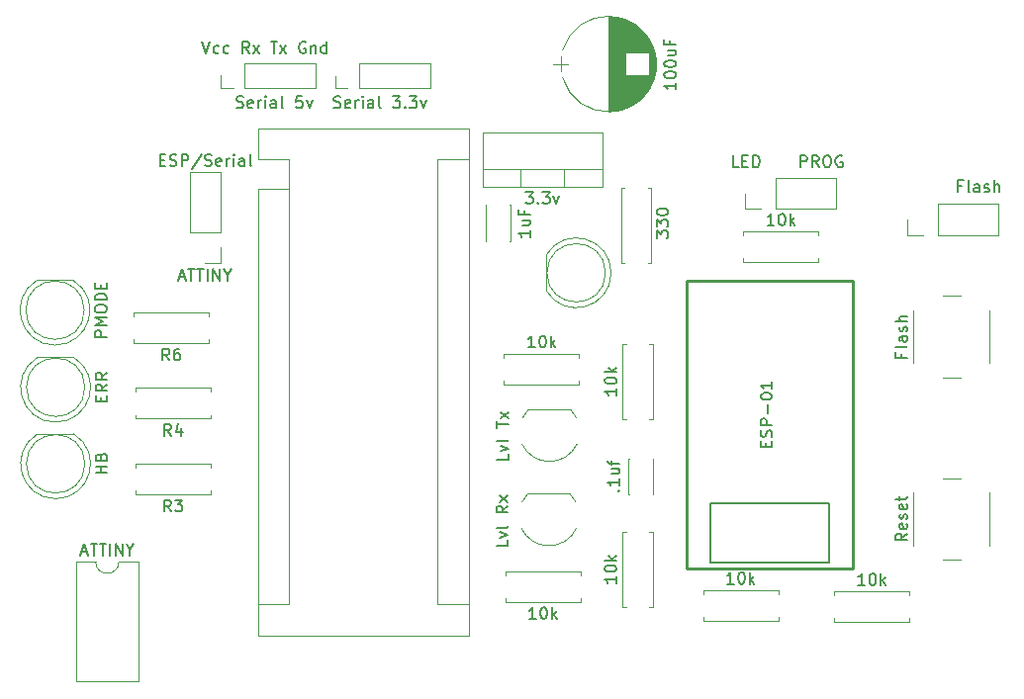
<source format=gbr>
G04 #@! TF.FileFunction,Legend,Top*
%FSLAX46Y46*%
G04 Gerber Fmt 4.6, Leading zero omitted, Abs format (unit mm)*
G04 Created by KiCad (PCBNEW 4.0.7) date 12/08/18 05:52:10*
%MOMM*%
%LPD*%
G01*
G04 APERTURE LIST*
%ADD10C,0.100000*%
%ADD11C,0.147600*%
%ADD12C,0.120000*%
%ADD13C,0.254000*%
%ADD14C,0.152400*%
%ADD15C,0.150000*%
G04 APERTURE END LIST*
D10*
D11*
X132740055Y-75809162D02*
X133070722Y-76801162D01*
X133401389Y-75809162D01*
X134157198Y-76753924D02*
X134062722Y-76801162D01*
X133873770Y-76801162D01*
X133779294Y-76753924D01*
X133732055Y-76706686D01*
X133684817Y-76612210D01*
X133684817Y-76328781D01*
X133732055Y-76234305D01*
X133779294Y-76187067D01*
X133873770Y-76139829D01*
X134062722Y-76139829D01*
X134157198Y-76187067D01*
X135007484Y-76753924D02*
X134913008Y-76801162D01*
X134724056Y-76801162D01*
X134629580Y-76753924D01*
X134582341Y-76706686D01*
X134535103Y-76612210D01*
X134535103Y-76328781D01*
X134582341Y-76234305D01*
X134629580Y-76187067D01*
X134724056Y-76139829D01*
X134913008Y-76139829D01*
X135007484Y-76187067D01*
X136755295Y-76801162D02*
X136424628Y-76328781D01*
X136188437Y-76801162D02*
X136188437Y-75809162D01*
X136566342Y-75809162D01*
X136660818Y-75856400D01*
X136708057Y-75903638D01*
X136755295Y-75998114D01*
X136755295Y-76139829D01*
X136708057Y-76234305D01*
X136660818Y-76281543D01*
X136566342Y-76328781D01*
X136188437Y-76328781D01*
X137085961Y-76801162D02*
X137605580Y-76139829D01*
X137085961Y-76139829D02*
X137605580Y-76801162D01*
X138597581Y-75809162D02*
X139164438Y-75809162D01*
X138881010Y-76801162D02*
X138881010Y-75809162D01*
X139400629Y-76801162D02*
X139920248Y-76139829D01*
X139400629Y-76139829D02*
X139920248Y-76801162D01*
X141573583Y-75856400D02*
X141479106Y-75809162D01*
X141337392Y-75809162D01*
X141195678Y-75856400D01*
X141101202Y-75950876D01*
X141053963Y-76045352D01*
X141006725Y-76234305D01*
X141006725Y-76376019D01*
X141053963Y-76564971D01*
X141101202Y-76659448D01*
X141195678Y-76753924D01*
X141337392Y-76801162D01*
X141431868Y-76801162D01*
X141573583Y-76753924D01*
X141620821Y-76706686D01*
X141620821Y-76376019D01*
X141431868Y-76376019D01*
X142045963Y-76139829D02*
X142045963Y-76801162D01*
X142045963Y-76234305D02*
X142093202Y-76187067D01*
X142187678Y-76139829D01*
X142329392Y-76139829D01*
X142423868Y-76187067D01*
X142471106Y-76281543D01*
X142471106Y-76801162D01*
X143368630Y-76801162D02*
X143368630Y-75809162D01*
X143368630Y-76753924D02*
X143274154Y-76801162D01*
X143085202Y-76801162D01*
X142990726Y-76753924D01*
X142943487Y-76706686D01*
X142896249Y-76612210D01*
X142896249Y-76328781D01*
X142943487Y-76234305D01*
X142990726Y-76187067D01*
X143085202Y-76139829D01*
X143274154Y-76139829D01*
X143368630Y-76187067D01*
D12*
X140185001Y-88452600D02*
X140185001Y-85912600D01*
X140185001Y-85912600D02*
X137515001Y-85912600D01*
X137515001Y-88452600D02*
X137515001Y-126682600D01*
X137515001Y-83242600D02*
X137515001Y-85912600D01*
X152885001Y-85912600D02*
X155555001Y-85912600D01*
X152885001Y-85912600D02*
X152885001Y-124012600D01*
X152885001Y-124012600D02*
X155555001Y-124012600D01*
X140185001Y-88452600D02*
X137515001Y-88452600D01*
X140185001Y-88452600D02*
X140185001Y-124012600D01*
X140185001Y-124012600D02*
X137515001Y-124012600D01*
X137515001Y-126682600D02*
X155555001Y-126682600D01*
X155555001Y-126682600D02*
X155555001Y-83242600D01*
X155555001Y-83242600D02*
X137515001Y-83242600D01*
X159098800Y-89809200D02*
X159098800Y-92929200D01*
X156978800Y-89809200D02*
X156978800Y-92929200D01*
X159098800Y-89809200D02*
X159034800Y-89809200D01*
X157042800Y-89809200D02*
X156978800Y-89809200D01*
X159098800Y-92929200D02*
X159034800Y-92929200D01*
X157042800Y-92929200D02*
X156978800Y-92929200D01*
X171415251Y-76546555D02*
G75*
G03X163582318Y-76544000I-3916851J-1177445D01*
G01*
X171415251Y-78901445D02*
G75*
G02X163582318Y-78904000I-3916851J1177445D01*
G01*
X171415251Y-78901445D02*
G75*
G03X171414482Y-76544000I-3916851J1177445D01*
G01*
X167498400Y-73674000D02*
X167498400Y-81774000D01*
X167538400Y-73674000D02*
X167538400Y-81774000D01*
X167578400Y-73674000D02*
X167578400Y-81774000D01*
X167618400Y-73675000D02*
X167618400Y-81773000D01*
X167658400Y-73677000D02*
X167658400Y-81771000D01*
X167698400Y-73678000D02*
X167698400Y-81770000D01*
X167738400Y-73681000D02*
X167738400Y-81767000D01*
X167778400Y-73683000D02*
X167778400Y-81765000D01*
X167818400Y-73686000D02*
X167818400Y-81762000D01*
X167858400Y-73689000D02*
X167858400Y-81759000D01*
X167898400Y-73693000D02*
X167898400Y-81755000D01*
X167938400Y-73697000D02*
X167938400Y-81751000D01*
X167978400Y-73702000D02*
X167978400Y-81746000D01*
X168018400Y-73707000D02*
X168018400Y-81741000D01*
X168058400Y-73712000D02*
X168058400Y-81736000D01*
X168098400Y-73718000D02*
X168098400Y-81730000D01*
X168138400Y-73724000D02*
X168138400Y-81724000D01*
X168178400Y-73730000D02*
X168178400Y-81718000D01*
X168219400Y-73737000D02*
X168219400Y-81711000D01*
X168259400Y-73745000D02*
X168259400Y-81703000D01*
X168299400Y-73753000D02*
X168299400Y-81695000D01*
X168339400Y-73761000D02*
X168339400Y-81687000D01*
X168379400Y-73769000D02*
X168379400Y-81679000D01*
X168419400Y-73778000D02*
X168419400Y-81670000D01*
X168459400Y-73788000D02*
X168459400Y-81660000D01*
X168499400Y-73798000D02*
X168499400Y-81650000D01*
X168539400Y-73808000D02*
X168539400Y-81640000D01*
X168579400Y-73819000D02*
X168579400Y-81629000D01*
X168619400Y-73830000D02*
X168619400Y-81618000D01*
X168659400Y-73841000D02*
X168659400Y-81607000D01*
X168699400Y-73854000D02*
X168699400Y-81594000D01*
X168739400Y-73866000D02*
X168739400Y-81582000D01*
X168779400Y-73879000D02*
X168779400Y-81569000D01*
X168819400Y-73892000D02*
X168819400Y-81556000D01*
X168859400Y-73906000D02*
X168859400Y-81542000D01*
X168899400Y-73921000D02*
X168899400Y-81527000D01*
X168939400Y-73935000D02*
X168939400Y-81513000D01*
X168979400Y-73951000D02*
X168979400Y-81497000D01*
X169019400Y-73966000D02*
X169019400Y-76744000D01*
X169019400Y-78704000D02*
X169019400Y-81482000D01*
X169059400Y-73983000D02*
X169059400Y-76744000D01*
X169059400Y-78704000D02*
X169059400Y-81465000D01*
X169099400Y-73999000D02*
X169099400Y-76744000D01*
X169099400Y-78704000D02*
X169099400Y-81449000D01*
X169139400Y-74017000D02*
X169139400Y-76744000D01*
X169139400Y-78704000D02*
X169139400Y-81431000D01*
X169179400Y-74034000D02*
X169179400Y-76744000D01*
X169179400Y-78704000D02*
X169179400Y-81414000D01*
X169219400Y-74053000D02*
X169219400Y-76744000D01*
X169219400Y-78704000D02*
X169219400Y-81395000D01*
X169259400Y-74072000D02*
X169259400Y-76744000D01*
X169259400Y-78704000D02*
X169259400Y-81376000D01*
X169299400Y-74091000D02*
X169299400Y-76744000D01*
X169299400Y-78704000D02*
X169299400Y-81357000D01*
X169339400Y-74111000D02*
X169339400Y-76744000D01*
X169339400Y-78704000D02*
X169339400Y-81337000D01*
X169379400Y-74131000D02*
X169379400Y-76744000D01*
X169379400Y-78704000D02*
X169379400Y-81317000D01*
X169419400Y-74152000D02*
X169419400Y-76744000D01*
X169419400Y-78704000D02*
X169419400Y-81296000D01*
X169459400Y-74174000D02*
X169459400Y-76744000D01*
X169459400Y-78704000D02*
X169459400Y-81274000D01*
X169499400Y-74196000D02*
X169499400Y-76744000D01*
X169499400Y-78704000D02*
X169499400Y-81252000D01*
X169539400Y-74219000D02*
X169539400Y-76744000D01*
X169539400Y-78704000D02*
X169539400Y-81229000D01*
X169579400Y-74242000D02*
X169579400Y-76744000D01*
X169579400Y-78704000D02*
X169579400Y-81206000D01*
X169619400Y-74266000D02*
X169619400Y-76744000D01*
X169619400Y-78704000D02*
X169619400Y-81182000D01*
X169659400Y-74290000D02*
X169659400Y-76744000D01*
X169659400Y-78704000D02*
X169659400Y-81158000D01*
X169699400Y-74316000D02*
X169699400Y-76744000D01*
X169699400Y-78704000D02*
X169699400Y-81132000D01*
X169739400Y-74341000D02*
X169739400Y-76744000D01*
X169739400Y-78704000D02*
X169739400Y-81107000D01*
X169779400Y-74368000D02*
X169779400Y-76744000D01*
X169779400Y-78704000D02*
X169779400Y-81080000D01*
X169819400Y-74395000D02*
X169819400Y-76744000D01*
X169819400Y-78704000D02*
X169819400Y-81053000D01*
X169859400Y-74423000D02*
X169859400Y-76744000D01*
X169859400Y-78704000D02*
X169859400Y-81025000D01*
X169899400Y-74452000D02*
X169899400Y-76744000D01*
X169899400Y-78704000D02*
X169899400Y-80996000D01*
X169939400Y-74481000D02*
X169939400Y-76744000D01*
X169939400Y-78704000D02*
X169939400Y-80967000D01*
X169979400Y-74511000D02*
X169979400Y-76744000D01*
X169979400Y-78704000D02*
X169979400Y-80937000D01*
X170019400Y-74542000D02*
X170019400Y-76744000D01*
X170019400Y-78704000D02*
X170019400Y-80906000D01*
X170059400Y-74574000D02*
X170059400Y-76744000D01*
X170059400Y-78704000D02*
X170059400Y-80874000D01*
X170099400Y-74606000D02*
X170099400Y-76744000D01*
X170099400Y-78704000D02*
X170099400Y-80842000D01*
X170139400Y-74640000D02*
X170139400Y-76744000D01*
X170139400Y-78704000D02*
X170139400Y-80808000D01*
X170179400Y-74674000D02*
X170179400Y-76744000D01*
X170179400Y-78704000D02*
X170179400Y-80774000D01*
X170219400Y-74709000D02*
X170219400Y-76744000D01*
X170219400Y-78704000D02*
X170219400Y-80739000D01*
X170259400Y-74745000D02*
X170259400Y-76744000D01*
X170259400Y-78704000D02*
X170259400Y-80703000D01*
X170299400Y-74782000D02*
X170299400Y-76744000D01*
X170299400Y-78704000D02*
X170299400Y-80666000D01*
X170339400Y-74820000D02*
X170339400Y-76744000D01*
X170339400Y-78704000D02*
X170339400Y-80628000D01*
X170379400Y-74859000D02*
X170379400Y-76744000D01*
X170379400Y-78704000D02*
X170379400Y-80589000D01*
X170419400Y-74900000D02*
X170419400Y-76744000D01*
X170419400Y-78704000D02*
X170419400Y-80548000D01*
X170459400Y-74941000D02*
X170459400Y-76744000D01*
X170459400Y-78704000D02*
X170459400Y-80507000D01*
X170499400Y-74984000D02*
X170499400Y-76744000D01*
X170499400Y-78704000D02*
X170499400Y-80464000D01*
X170539400Y-75027000D02*
X170539400Y-76744000D01*
X170539400Y-78704000D02*
X170539400Y-80421000D01*
X170579400Y-75072000D02*
X170579400Y-76744000D01*
X170579400Y-78704000D02*
X170579400Y-80376000D01*
X170619400Y-75119000D02*
X170619400Y-76744000D01*
X170619400Y-78704000D02*
X170619400Y-80329000D01*
X170659400Y-75167000D02*
X170659400Y-76744000D01*
X170659400Y-78704000D02*
X170659400Y-80281000D01*
X170699400Y-75216000D02*
X170699400Y-76744000D01*
X170699400Y-78704000D02*
X170699400Y-80232000D01*
X170739400Y-75267000D02*
X170739400Y-76744000D01*
X170739400Y-78704000D02*
X170739400Y-80181000D01*
X170779400Y-75320000D02*
X170779400Y-76744000D01*
X170779400Y-78704000D02*
X170779400Y-80128000D01*
X170819400Y-75375000D02*
X170819400Y-76744000D01*
X170819400Y-78704000D02*
X170819400Y-80073000D01*
X170859400Y-75431000D02*
X170859400Y-76744000D01*
X170859400Y-78704000D02*
X170859400Y-80017000D01*
X170899400Y-75490000D02*
X170899400Y-76744000D01*
X170899400Y-78704000D02*
X170899400Y-79958000D01*
X170939400Y-75551000D02*
X170939400Y-76744000D01*
X170939400Y-78704000D02*
X170939400Y-79897000D01*
X170979400Y-75615000D02*
X170979400Y-79833000D01*
X171019400Y-75681000D02*
X171019400Y-79767000D01*
X171059400Y-75750000D02*
X171059400Y-79698000D01*
X171099400Y-75822000D02*
X171099400Y-79626000D01*
X171139400Y-75898000D02*
X171139400Y-79550000D01*
X171179400Y-75979000D02*
X171179400Y-79469000D01*
X171219400Y-76064000D02*
X171219400Y-79384000D01*
X171259400Y-76154000D02*
X171259400Y-79294000D01*
X171299400Y-76251000D02*
X171299400Y-79197000D01*
X171339400Y-76355000D02*
X171339400Y-79093000D01*
X171379400Y-76470000D02*
X171379400Y-78978000D01*
X171419400Y-76597000D02*
X171419400Y-78851000D01*
X171459400Y-76741000D02*
X171459400Y-78707000D01*
X171499400Y-76910000D02*
X171499400Y-78538000D01*
X171539400Y-77126000D02*
X171539400Y-78322000D01*
X171579400Y-77478000D02*
X171579400Y-77970000D01*
X162798400Y-77724000D02*
X163998400Y-77724000D01*
X163398400Y-77074000D02*
X163398400Y-78374000D01*
X169221600Y-114610000D02*
X169221600Y-111490000D01*
X171341600Y-114610000D02*
X171341600Y-111490000D01*
X169221600Y-114610000D02*
X169285600Y-114610000D01*
X171277600Y-114610000D02*
X171341600Y-114610000D01*
X169221600Y-111490000D02*
X169285600Y-111490000D01*
X171277600Y-111490000D02*
X171341600Y-111490000D01*
X167734400Y-95606062D02*
G75*
G03X162184400Y-94060770I-2990000J462D01*
G01*
X167734400Y-95605138D02*
G75*
G02X162184400Y-97150430I-2990000J-462D01*
G01*
X167244400Y-95605600D02*
G75*
G03X167244400Y-95605600I-2500000J0D01*
G01*
X162184400Y-94060600D02*
X162184400Y-97150600D01*
X120192338Y-114953200D02*
G75*
G03X121737630Y-109403200I462J2990000D01*
G01*
X120193262Y-114953200D02*
G75*
G02X118647970Y-109403200I-462J2990000D01*
G01*
X122692800Y-111963200D02*
G75*
G03X122692800Y-111963200I-2500000J0D01*
G01*
X121737800Y-109403200D02*
X118647800Y-109403200D01*
X120192338Y-108400000D02*
G75*
G03X121737630Y-102850000I462J2990000D01*
G01*
X120193262Y-108400000D02*
G75*
G02X118647970Y-102850000I-462J2990000D01*
G01*
X122692800Y-105410000D02*
G75*
G03X122692800Y-105410000I-2500000J0D01*
G01*
X121737800Y-102850000D02*
X118647800Y-102850000D01*
X120141538Y-101796000D02*
G75*
G03X121686830Y-96246000I462J2990000D01*
G01*
X120142462Y-101796000D02*
G75*
G02X118597170Y-96246000I-462J2990000D01*
G01*
X122642000Y-98806000D02*
G75*
G03X122642000Y-98806000I-2500000J0D01*
G01*
X121687000Y-96246000D02*
X118597000Y-96246000D01*
X152246400Y-79800000D02*
X152246400Y-77680000D01*
X146186400Y-79800000D02*
X152246400Y-79800000D01*
X146186400Y-77680000D02*
X152246400Y-77680000D01*
X146186400Y-79800000D02*
X146186400Y-77680000D01*
X145186400Y-79800000D02*
X144126400Y-79800000D01*
X144126400Y-79800000D02*
X144126400Y-78740000D01*
X142442000Y-79749200D02*
X142442000Y-77629200D01*
X136382000Y-79749200D02*
X142442000Y-79749200D01*
X136382000Y-77629200D02*
X142442000Y-77629200D01*
X136382000Y-79749200D02*
X136382000Y-77629200D01*
X135382000Y-79749200D02*
X134322000Y-79749200D01*
X134322000Y-79749200D02*
X134322000Y-78689200D01*
X164207600Y-114532800D02*
X160607600Y-114532800D01*
X164731784Y-115260005D02*
G75*
G03X164207600Y-114532800I-2324184J-1122795D01*
G01*
X164764000Y-117481607D02*
G75*
G02X162407600Y-118982800I-2356400J1098807D01*
G01*
X160051200Y-117481607D02*
G75*
G03X162407600Y-118982800I2356400J1098807D01*
G01*
X160083416Y-115260005D02*
G75*
G02X160607600Y-114532800I2324184J-1122795D01*
G01*
X164258400Y-107319200D02*
X160658400Y-107319200D01*
X164782584Y-108046405D02*
G75*
G03X164258400Y-107319200I-2324184J-1122795D01*
G01*
X164814800Y-110268007D02*
G75*
G02X162458400Y-111769200I-2356400J1098807D01*
G01*
X160102000Y-110268007D02*
G75*
G03X162458400Y-111769200I2356400J1098807D01*
G01*
X160134216Y-108046405D02*
G75*
G02X160658400Y-107319200I2324184J-1122795D01*
G01*
X164957200Y-104815200D02*
X164957200Y-105145200D01*
X164957200Y-105145200D02*
X158537200Y-105145200D01*
X158537200Y-105145200D02*
X158537200Y-104815200D01*
X164957200Y-102855200D02*
X164957200Y-102525200D01*
X164957200Y-102525200D02*
X158537200Y-102525200D01*
X158537200Y-102525200D02*
X158537200Y-102855200D01*
X165109600Y-123458800D02*
X165109600Y-123788800D01*
X165109600Y-123788800D02*
X158689600Y-123788800D01*
X158689600Y-123788800D02*
X158689600Y-123458800D01*
X165109600Y-121498800D02*
X165109600Y-121168800D01*
X165109600Y-121168800D02*
X158689600Y-121168800D01*
X158689600Y-121168800D02*
X158689600Y-121498800D01*
X133461200Y-114264000D02*
X133461200Y-114594000D01*
X133461200Y-114594000D02*
X127041200Y-114594000D01*
X127041200Y-114594000D02*
X127041200Y-114264000D01*
X133461200Y-112304000D02*
X133461200Y-111974000D01*
X133461200Y-111974000D02*
X127041200Y-111974000D01*
X127041200Y-111974000D02*
X127041200Y-112304000D01*
X133461200Y-107761600D02*
X133461200Y-108091600D01*
X133461200Y-108091600D02*
X127041200Y-108091600D01*
X127041200Y-108091600D02*
X127041200Y-107761600D01*
X133461200Y-105801600D02*
X133461200Y-105471600D01*
X133461200Y-105471600D02*
X127041200Y-105471600D01*
X127041200Y-105471600D02*
X127041200Y-105801600D01*
X175606000Y-123124400D02*
X175606000Y-122794400D01*
X175606000Y-122794400D02*
X182026000Y-122794400D01*
X182026000Y-122794400D02*
X182026000Y-123124400D01*
X175606000Y-125084400D02*
X175606000Y-125414400D01*
X175606000Y-125414400D02*
X182026000Y-125414400D01*
X182026000Y-125414400D02*
X182026000Y-125084400D01*
X133308800Y-101310000D02*
X133308800Y-101640000D01*
X133308800Y-101640000D02*
X126888800Y-101640000D01*
X126888800Y-101640000D02*
X126888800Y-101310000D01*
X133308800Y-99350000D02*
X133308800Y-99020000D01*
X133308800Y-99020000D02*
X126888800Y-99020000D01*
X126888800Y-99020000D02*
X126888800Y-99350000D01*
X170956800Y-101692000D02*
X171286800Y-101692000D01*
X171286800Y-101692000D02*
X171286800Y-108112000D01*
X171286800Y-108112000D02*
X170956800Y-108112000D01*
X168996800Y-101692000D02*
X168666800Y-101692000D01*
X168666800Y-101692000D02*
X168666800Y-108112000D01*
X168666800Y-108112000D02*
X168996800Y-108112000D01*
X185480400Y-94350400D02*
X185480400Y-94680400D01*
X185480400Y-94680400D02*
X179060400Y-94680400D01*
X179060400Y-94680400D02*
X179060400Y-94350400D01*
X185480400Y-92390400D02*
X185480400Y-92060400D01*
X185480400Y-92060400D02*
X179060400Y-92060400D01*
X179060400Y-92060400D02*
X179060400Y-92390400D01*
X170855200Y-88331600D02*
X171185200Y-88331600D01*
X171185200Y-88331600D02*
X171185200Y-94751600D01*
X171185200Y-94751600D02*
X170855200Y-94751600D01*
X168895200Y-88331600D02*
X168565200Y-88331600D01*
X168565200Y-88331600D02*
X168565200Y-94751600D01*
X168565200Y-94751600D02*
X168895200Y-94751600D01*
X186832800Y-123226000D02*
X186832800Y-122896000D01*
X186832800Y-122896000D02*
X193252800Y-122896000D01*
X193252800Y-122896000D02*
X193252800Y-123226000D01*
X186832800Y-125186000D02*
X186832800Y-125516000D01*
X186832800Y-125516000D02*
X193252800Y-125516000D01*
X193252800Y-125516000D02*
X193252800Y-125186000D01*
X169047600Y-124215600D02*
X168717600Y-124215600D01*
X168717600Y-124215600D02*
X168717600Y-117795600D01*
X168717600Y-117795600D02*
X169047600Y-117795600D01*
X171007600Y-124215600D02*
X171337600Y-124215600D01*
X171337600Y-124215600D02*
X171337600Y-117795600D01*
X171337600Y-117795600D02*
X171007600Y-117795600D01*
X134324400Y-87011200D02*
X131664400Y-87011200D01*
X134324400Y-92151200D02*
X134324400Y-87011200D01*
X131664400Y-92151200D02*
X131664400Y-87011200D01*
X134324400Y-92151200D02*
X131664400Y-92151200D01*
X134324400Y-93421200D02*
X134324400Y-94751200D01*
X134324400Y-94751200D02*
X132994400Y-94751200D01*
X200114800Y-118938800D02*
X200114800Y-114438800D01*
X196114800Y-120188800D02*
X197614800Y-120188800D01*
X193614800Y-114438800D02*
X193614800Y-118938800D01*
X197614800Y-113188800D02*
X196114800Y-113188800D01*
X200821600Y-92363600D02*
X200821600Y-89703600D01*
X195681600Y-92363600D02*
X200821600Y-92363600D01*
X195681600Y-89703600D02*
X200821600Y-89703600D01*
X195681600Y-92363600D02*
X195681600Y-89703600D01*
X194411600Y-92363600D02*
X193081600Y-92363600D01*
X193081600Y-92363600D02*
X193081600Y-91033600D01*
X186953200Y-90128400D02*
X186953200Y-87468400D01*
X181813200Y-90128400D02*
X186953200Y-90128400D01*
X181813200Y-87468400D02*
X186953200Y-87468400D01*
X181813200Y-90128400D02*
X181813200Y-87468400D01*
X180543200Y-90128400D02*
X179213200Y-90128400D01*
X179213200Y-90128400D02*
X179213200Y-88798400D01*
X200114800Y-103343200D02*
X200114800Y-98843200D01*
X196114800Y-104593200D02*
X197614800Y-104593200D01*
X193614800Y-98843200D02*
X193614800Y-103343200D01*
X197614800Y-97593200D02*
X196114800Y-97593200D01*
X166968800Y-88218000D02*
X156728800Y-88218000D01*
X166968800Y-83577000D02*
X156728800Y-83577000D01*
X166968800Y-88218000D02*
X166968800Y-83577000D01*
X156728800Y-88218000D02*
X156728800Y-83577000D01*
X166968800Y-86708000D02*
X156728800Y-86708000D01*
X163698800Y-88218000D02*
X163698800Y-86708000D01*
X159997800Y-88218000D02*
X159997800Y-86708000D01*
D13*
X174193200Y-120904000D02*
X174193200Y-96266000D01*
X174193200Y-96266000D02*
X188417200Y-96266000D01*
X188417200Y-96266000D02*
X188417200Y-120904000D01*
X188417200Y-120904000D02*
X174193200Y-120904000D01*
D14*
X176225200Y-117856000D02*
X176225200Y-120396000D01*
X176225200Y-120396000D02*
X178765200Y-120396000D01*
X178765200Y-120396000D02*
X186385200Y-120396000D01*
X186385200Y-120396000D02*
X186385200Y-115316000D01*
X186385200Y-115316000D02*
X176225200Y-115316000D01*
X176225200Y-115316000D02*
X176225200Y-117856000D01*
D12*
X125612400Y-120336000D02*
G75*
G02X123612400Y-120336000I-1000000J0D01*
G01*
X123612400Y-120336000D02*
X121962400Y-120336000D01*
X121962400Y-120336000D02*
X121962400Y-130616000D01*
X121962400Y-130616000D02*
X127262400Y-130616000D01*
X127262400Y-130616000D02*
X127262400Y-120336000D01*
X127262400Y-120336000D02*
X125612400Y-120336000D01*
D15*
X160801181Y-91964438D02*
X160801181Y-92535867D01*
X160801181Y-92250153D02*
X159801181Y-92250153D01*
X159944038Y-92345391D01*
X160039276Y-92440629D01*
X160086895Y-92535867D01*
X160134514Y-91107295D02*
X160801181Y-91107295D01*
X160134514Y-91535867D02*
X160658324Y-91535867D01*
X160753562Y-91488248D01*
X160801181Y-91393010D01*
X160801181Y-91250152D01*
X160753562Y-91154914D01*
X160705943Y-91107295D01*
X160277371Y-90297771D02*
X160277371Y-90631105D01*
X160801181Y-90631105D02*
X159801181Y-90631105D01*
X159801181Y-90154914D01*
X173273981Y-79322419D02*
X173273981Y-79893848D01*
X173273981Y-79608134D02*
X172273981Y-79608134D01*
X172416838Y-79703372D01*
X172512076Y-79798610D01*
X172559695Y-79893848D01*
X172273981Y-78703372D02*
X172273981Y-78608133D01*
X172321600Y-78512895D01*
X172369219Y-78465276D01*
X172464457Y-78417657D01*
X172654933Y-78370038D01*
X172893029Y-78370038D01*
X173083505Y-78417657D01*
X173178743Y-78465276D01*
X173226362Y-78512895D01*
X173273981Y-78608133D01*
X173273981Y-78703372D01*
X173226362Y-78798610D01*
X173178743Y-78846229D01*
X173083505Y-78893848D01*
X172893029Y-78941467D01*
X172654933Y-78941467D01*
X172464457Y-78893848D01*
X172369219Y-78846229D01*
X172321600Y-78798610D01*
X172273981Y-78703372D01*
X172273981Y-77750991D02*
X172273981Y-77655752D01*
X172321600Y-77560514D01*
X172369219Y-77512895D01*
X172464457Y-77465276D01*
X172654933Y-77417657D01*
X172893029Y-77417657D01*
X173083505Y-77465276D01*
X173178743Y-77512895D01*
X173226362Y-77560514D01*
X173273981Y-77655752D01*
X173273981Y-77750991D01*
X173226362Y-77846229D01*
X173178743Y-77893848D01*
X173083505Y-77941467D01*
X172893029Y-77989086D01*
X172654933Y-77989086D01*
X172464457Y-77941467D01*
X172369219Y-77893848D01*
X172321600Y-77846229D01*
X172273981Y-77750991D01*
X172607314Y-76560514D02*
X173273981Y-76560514D01*
X172607314Y-76989086D02*
X173131124Y-76989086D01*
X173226362Y-76941467D01*
X173273981Y-76846229D01*
X173273981Y-76703371D01*
X173226362Y-76608133D01*
X173178743Y-76560514D01*
X172750171Y-75750990D02*
X172750171Y-76084324D01*
X173273981Y-76084324D02*
X172273981Y-76084324D01*
X172273981Y-75608133D01*
X168328743Y-114264286D02*
X168376362Y-114216667D01*
X168423981Y-114264286D01*
X168376362Y-114311905D01*
X168328743Y-114264286D01*
X168423981Y-114264286D01*
X168423981Y-113264286D02*
X168423981Y-113835715D01*
X168423981Y-113550001D02*
X167423981Y-113550001D01*
X167566838Y-113645239D01*
X167662076Y-113740477D01*
X167709695Y-113835715D01*
X167757314Y-112407143D02*
X168423981Y-112407143D01*
X167757314Y-112835715D02*
X168281124Y-112835715D01*
X168376362Y-112788096D01*
X168423981Y-112692858D01*
X168423981Y-112550000D01*
X168376362Y-112454762D01*
X168328743Y-112407143D01*
X167757314Y-112073810D02*
X167757314Y-111692858D01*
X168423981Y-111930953D02*
X167566838Y-111930953D01*
X167471600Y-111883334D01*
X167423981Y-111788096D01*
X167423981Y-111692858D01*
X124605181Y-112748914D02*
X123605181Y-112748914D01*
X124081371Y-112748914D02*
X124081371Y-112177485D01*
X124605181Y-112177485D02*
X123605181Y-112177485D01*
X124081371Y-111367961D02*
X124128990Y-111225104D01*
X124176610Y-111177485D01*
X124271848Y-111129866D01*
X124414705Y-111129866D01*
X124509943Y-111177485D01*
X124557562Y-111225104D01*
X124605181Y-111320342D01*
X124605181Y-111701295D01*
X123605181Y-111701295D01*
X123605181Y-111367961D01*
X123652800Y-111272723D01*
X123700419Y-111225104D01*
X123795657Y-111177485D01*
X123890895Y-111177485D01*
X123986133Y-111225104D01*
X124033752Y-111272723D01*
X124081371Y-111367961D01*
X124081371Y-111701295D01*
X124081371Y-106624286D02*
X124081371Y-106290952D01*
X124605181Y-106148095D02*
X124605181Y-106624286D01*
X123605181Y-106624286D01*
X123605181Y-106148095D01*
X124605181Y-105148095D02*
X124128990Y-105481429D01*
X124605181Y-105719524D02*
X123605181Y-105719524D01*
X123605181Y-105338571D01*
X123652800Y-105243333D01*
X123700419Y-105195714D01*
X123795657Y-105148095D01*
X123938514Y-105148095D01*
X124033752Y-105195714D01*
X124081371Y-105243333D01*
X124128990Y-105338571D01*
X124128990Y-105719524D01*
X124605181Y-104148095D02*
X124128990Y-104481429D01*
X124605181Y-104719524D02*
X123605181Y-104719524D01*
X123605181Y-104338571D01*
X123652800Y-104243333D01*
X123700419Y-104195714D01*
X123795657Y-104148095D01*
X123938514Y-104148095D01*
X124033752Y-104195714D01*
X124081371Y-104243333D01*
X124128990Y-104338571D01*
X124128990Y-104719524D01*
X124554381Y-101115524D02*
X123554381Y-101115524D01*
X123554381Y-100734571D01*
X123602000Y-100639333D01*
X123649619Y-100591714D01*
X123744857Y-100544095D01*
X123887714Y-100544095D01*
X123982952Y-100591714D01*
X124030571Y-100639333D01*
X124078190Y-100734571D01*
X124078190Y-101115524D01*
X124554381Y-100115524D02*
X123554381Y-100115524D01*
X124268667Y-99782190D01*
X123554381Y-99448857D01*
X124554381Y-99448857D01*
X123554381Y-98782191D02*
X123554381Y-98591714D01*
X123602000Y-98496476D01*
X123697238Y-98401238D01*
X123887714Y-98353619D01*
X124221048Y-98353619D01*
X124411524Y-98401238D01*
X124506762Y-98496476D01*
X124554381Y-98591714D01*
X124554381Y-98782191D01*
X124506762Y-98877429D01*
X124411524Y-98972667D01*
X124221048Y-99020286D01*
X123887714Y-99020286D01*
X123697238Y-98972667D01*
X123602000Y-98877429D01*
X123554381Y-98782191D01*
X124554381Y-97925048D02*
X123554381Y-97925048D01*
X123554381Y-97686953D01*
X123602000Y-97544095D01*
X123697238Y-97448857D01*
X123792476Y-97401238D01*
X123982952Y-97353619D01*
X124125810Y-97353619D01*
X124316286Y-97401238D01*
X124411524Y-97448857D01*
X124506762Y-97544095D01*
X124554381Y-97686953D01*
X124554381Y-97925048D01*
X124030571Y-96925048D02*
X124030571Y-96591714D01*
X124554381Y-96448857D02*
X124554381Y-96925048D01*
X123554381Y-96925048D01*
X123554381Y-96448857D01*
X144001028Y-81430762D02*
X144143885Y-81478381D01*
X144381981Y-81478381D01*
X144477219Y-81430762D01*
X144524838Y-81383143D01*
X144572457Y-81287905D01*
X144572457Y-81192667D01*
X144524838Y-81097429D01*
X144477219Y-81049810D01*
X144381981Y-81002190D01*
X144191504Y-80954571D01*
X144096266Y-80906952D01*
X144048647Y-80859333D01*
X144001028Y-80764095D01*
X144001028Y-80668857D01*
X144048647Y-80573619D01*
X144096266Y-80526000D01*
X144191504Y-80478381D01*
X144429600Y-80478381D01*
X144572457Y-80526000D01*
X145381981Y-81430762D02*
X145286743Y-81478381D01*
X145096266Y-81478381D01*
X145001028Y-81430762D01*
X144953409Y-81335524D01*
X144953409Y-80954571D01*
X145001028Y-80859333D01*
X145096266Y-80811714D01*
X145286743Y-80811714D01*
X145381981Y-80859333D01*
X145429600Y-80954571D01*
X145429600Y-81049810D01*
X144953409Y-81145048D01*
X145858171Y-81478381D02*
X145858171Y-80811714D01*
X145858171Y-81002190D02*
X145905790Y-80906952D01*
X145953409Y-80859333D01*
X146048647Y-80811714D01*
X146143886Y-80811714D01*
X146477219Y-81478381D02*
X146477219Y-80811714D01*
X146477219Y-80478381D02*
X146429600Y-80526000D01*
X146477219Y-80573619D01*
X146524838Y-80526000D01*
X146477219Y-80478381D01*
X146477219Y-80573619D01*
X147381981Y-81478381D02*
X147381981Y-80954571D01*
X147334362Y-80859333D01*
X147239124Y-80811714D01*
X147048647Y-80811714D01*
X146953409Y-80859333D01*
X147381981Y-81430762D02*
X147286743Y-81478381D01*
X147048647Y-81478381D01*
X146953409Y-81430762D01*
X146905790Y-81335524D01*
X146905790Y-81240286D01*
X146953409Y-81145048D01*
X147048647Y-81097429D01*
X147286743Y-81097429D01*
X147381981Y-81049810D01*
X148001028Y-81478381D02*
X147905790Y-81430762D01*
X147858171Y-81335524D01*
X147858171Y-80478381D01*
X149048648Y-80478381D02*
X149667696Y-80478381D01*
X149334362Y-80859333D01*
X149477220Y-80859333D01*
X149572458Y-80906952D01*
X149620077Y-80954571D01*
X149667696Y-81049810D01*
X149667696Y-81287905D01*
X149620077Y-81383143D01*
X149572458Y-81430762D01*
X149477220Y-81478381D01*
X149191505Y-81478381D01*
X149096267Y-81430762D01*
X149048648Y-81383143D01*
X150096267Y-81383143D02*
X150143886Y-81430762D01*
X150096267Y-81478381D01*
X150048648Y-81430762D01*
X150096267Y-81383143D01*
X150096267Y-81478381D01*
X150477219Y-80478381D02*
X151096267Y-80478381D01*
X150762933Y-80859333D01*
X150905791Y-80859333D01*
X151001029Y-80906952D01*
X151048648Y-80954571D01*
X151096267Y-81049810D01*
X151096267Y-81287905D01*
X151048648Y-81383143D01*
X151001029Y-81430762D01*
X150905791Y-81478381D01*
X150620076Y-81478381D01*
X150524838Y-81430762D01*
X150477219Y-81383143D01*
X151429600Y-80811714D02*
X151667695Y-81478381D01*
X151905791Y-80811714D01*
X135672914Y-81430762D02*
X135815771Y-81478381D01*
X136053867Y-81478381D01*
X136149105Y-81430762D01*
X136196724Y-81383143D01*
X136244343Y-81287905D01*
X136244343Y-81192667D01*
X136196724Y-81097429D01*
X136149105Y-81049810D01*
X136053867Y-81002190D01*
X135863390Y-80954571D01*
X135768152Y-80906952D01*
X135720533Y-80859333D01*
X135672914Y-80764095D01*
X135672914Y-80668857D01*
X135720533Y-80573619D01*
X135768152Y-80526000D01*
X135863390Y-80478381D01*
X136101486Y-80478381D01*
X136244343Y-80526000D01*
X137053867Y-81430762D02*
X136958629Y-81478381D01*
X136768152Y-81478381D01*
X136672914Y-81430762D01*
X136625295Y-81335524D01*
X136625295Y-80954571D01*
X136672914Y-80859333D01*
X136768152Y-80811714D01*
X136958629Y-80811714D01*
X137053867Y-80859333D01*
X137101486Y-80954571D01*
X137101486Y-81049810D01*
X136625295Y-81145048D01*
X137530057Y-81478381D02*
X137530057Y-80811714D01*
X137530057Y-81002190D02*
X137577676Y-80906952D01*
X137625295Y-80859333D01*
X137720533Y-80811714D01*
X137815772Y-80811714D01*
X138149105Y-81478381D02*
X138149105Y-80811714D01*
X138149105Y-80478381D02*
X138101486Y-80526000D01*
X138149105Y-80573619D01*
X138196724Y-80526000D01*
X138149105Y-80478381D01*
X138149105Y-80573619D01*
X139053867Y-81478381D02*
X139053867Y-80954571D01*
X139006248Y-80859333D01*
X138911010Y-80811714D01*
X138720533Y-80811714D01*
X138625295Y-80859333D01*
X139053867Y-81430762D02*
X138958629Y-81478381D01*
X138720533Y-81478381D01*
X138625295Y-81430762D01*
X138577676Y-81335524D01*
X138577676Y-81240286D01*
X138625295Y-81145048D01*
X138720533Y-81097429D01*
X138958629Y-81097429D01*
X139053867Y-81049810D01*
X139672914Y-81478381D02*
X139577676Y-81430762D01*
X139530057Y-81335524D01*
X139530057Y-80478381D01*
X141291963Y-80478381D02*
X140815772Y-80478381D01*
X140768153Y-80954571D01*
X140815772Y-80906952D01*
X140911010Y-80859333D01*
X141149106Y-80859333D01*
X141244344Y-80906952D01*
X141291963Y-80954571D01*
X141339582Y-81049810D01*
X141339582Y-81287905D01*
X141291963Y-81383143D01*
X141244344Y-81430762D01*
X141149106Y-81478381D01*
X140911010Y-81478381D01*
X140815772Y-81430762D01*
X140768153Y-81383143D01*
X141672915Y-80811714D02*
X141911010Y-81478381D01*
X142149106Y-80811714D01*
X158897581Y-118509848D02*
X158897581Y-118986039D01*
X157897581Y-118986039D01*
X158230914Y-118271753D02*
X158897581Y-118033658D01*
X158230914Y-117795562D01*
X158897581Y-117271753D02*
X158849962Y-117366991D01*
X158754724Y-117414610D01*
X157897581Y-117414610D01*
X158897581Y-115557466D02*
X158421390Y-115890800D01*
X158897581Y-116128895D02*
X157897581Y-116128895D01*
X157897581Y-115747942D01*
X157945200Y-115652704D01*
X157992819Y-115605085D01*
X158088057Y-115557466D01*
X158230914Y-115557466D01*
X158326152Y-115605085D01*
X158373771Y-115652704D01*
X158421390Y-115747942D01*
X158421390Y-116128895D01*
X158897581Y-115224133D02*
X158230914Y-114700323D01*
X158230914Y-115224133D02*
X158897581Y-114700323D01*
X158948381Y-111126400D02*
X158948381Y-111602591D01*
X157948381Y-111602591D01*
X158281714Y-110888305D02*
X158948381Y-110650210D01*
X158281714Y-110412114D01*
X158948381Y-109888305D02*
X158900762Y-109983543D01*
X158805524Y-110031162D01*
X157948381Y-110031162D01*
X157948381Y-108888304D02*
X157948381Y-108316875D01*
X158948381Y-108602590D02*
X157948381Y-108602590D01*
X158948381Y-108078780D02*
X158281714Y-107554970D01*
X158281714Y-108078780D02*
X158948381Y-107554970D01*
X161202762Y-102001581D02*
X160631333Y-102001581D01*
X160917047Y-102001581D02*
X160917047Y-101001581D01*
X160821809Y-101144438D01*
X160726571Y-101239676D01*
X160631333Y-101287295D01*
X161821809Y-101001581D02*
X161917048Y-101001581D01*
X162012286Y-101049200D01*
X162059905Y-101096819D01*
X162107524Y-101192057D01*
X162155143Y-101382533D01*
X162155143Y-101620629D01*
X162107524Y-101811105D01*
X162059905Y-101906343D01*
X162012286Y-101953962D01*
X161917048Y-102001581D01*
X161821809Y-102001581D01*
X161726571Y-101953962D01*
X161678952Y-101906343D01*
X161631333Y-101811105D01*
X161583714Y-101620629D01*
X161583714Y-101382533D01*
X161631333Y-101192057D01*
X161678952Y-101096819D01*
X161726571Y-101049200D01*
X161821809Y-101001581D01*
X162583714Y-102001581D02*
X162583714Y-101001581D01*
X162678952Y-101620629D02*
X162964667Y-102001581D01*
X162964667Y-101334914D02*
X162583714Y-101715867D01*
X161304362Y-125241181D02*
X160732933Y-125241181D01*
X161018647Y-125241181D02*
X161018647Y-124241181D01*
X160923409Y-124384038D01*
X160828171Y-124479276D01*
X160732933Y-124526895D01*
X161923409Y-124241181D02*
X162018648Y-124241181D01*
X162113886Y-124288800D01*
X162161505Y-124336419D01*
X162209124Y-124431657D01*
X162256743Y-124622133D01*
X162256743Y-124860229D01*
X162209124Y-125050705D01*
X162161505Y-125145943D01*
X162113886Y-125193562D01*
X162018648Y-125241181D01*
X161923409Y-125241181D01*
X161828171Y-125193562D01*
X161780552Y-125145943D01*
X161732933Y-125050705D01*
X161685314Y-124860229D01*
X161685314Y-124622133D01*
X161732933Y-124431657D01*
X161780552Y-124336419D01*
X161828171Y-124288800D01*
X161923409Y-124241181D01*
X162685314Y-125241181D02*
X162685314Y-124241181D01*
X162780552Y-124860229D02*
X163066267Y-125241181D01*
X163066267Y-124574514D02*
X162685314Y-124955467D01*
X130084534Y-116046381D02*
X129751200Y-115570190D01*
X129513105Y-116046381D02*
X129513105Y-115046381D01*
X129894058Y-115046381D01*
X129989296Y-115094000D01*
X130036915Y-115141619D01*
X130084534Y-115236857D01*
X130084534Y-115379714D01*
X130036915Y-115474952D01*
X129989296Y-115522571D01*
X129894058Y-115570190D01*
X129513105Y-115570190D01*
X130417867Y-115046381D02*
X131036915Y-115046381D01*
X130703581Y-115427333D01*
X130846439Y-115427333D01*
X130941677Y-115474952D01*
X130989296Y-115522571D01*
X131036915Y-115617810D01*
X131036915Y-115855905D01*
X130989296Y-115951143D01*
X130941677Y-115998762D01*
X130846439Y-116046381D01*
X130560724Y-116046381D01*
X130465486Y-115998762D01*
X130417867Y-115951143D01*
X130084534Y-109543981D02*
X129751200Y-109067790D01*
X129513105Y-109543981D02*
X129513105Y-108543981D01*
X129894058Y-108543981D01*
X129989296Y-108591600D01*
X130036915Y-108639219D01*
X130084534Y-108734457D01*
X130084534Y-108877314D01*
X130036915Y-108972552D01*
X129989296Y-109020171D01*
X129894058Y-109067790D01*
X129513105Y-109067790D01*
X130941677Y-108877314D02*
X130941677Y-109543981D01*
X130703581Y-108496362D02*
X130465486Y-109210648D01*
X131084534Y-109210648D01*
X178220762Y-122246781D02*
X177649333Y-122246781D01*
X177935047Y-122246781D02*
X177935047Y-121246781D01*
X177839809Y-121389638D01*
X177744571Y-121484876D01*
X177649333Y-121532495D01*
X178839809Y-121246781D02*
X178935048Y-121246781D01*
X179030286Y-121294400D01*
X179077905Y-121342019D01*
X179125524Y-121437257D01*
X179173143Y-121627733D01*
X179173143Y-121865829D01*
X179125524Y-122056305D01*
X179077905Y-122151543D01*
X179030286Y-122199162D01*
X178935048Y-122246781D01*
X178839809Y-122246781D01*
X178744571Y-122199162D01*
X178696952Y-122151543D01*
X178649333Y-122056305D01*
X178601714Y-121865829D01*
X178601714Y-121627733D01*
X178649333Y-121437257D01*
X178696952Y-121342019D01*
X178744571Y-121294400D01*
X178839809Y-121246781D01*
X179601714Y-122246781D02*
X179601714Y-121246781D01*
X179696952Y-121865829D02*
X179982667Y-122246781D01*
X179982667Y-121580114D02*
X179601714Y-121961067D01*
X129932134Y-103092381D02*
X129598800Y-102616190D01*
X129360705Y-103092381D02*
X129360705Y-102092381D01*
X129741658Y-102092381D01*
X129836896Y-102140000D01*
X129884515Y-102187619D01*
X129932134Y-102282857D01*
X129932134Y-102425714D01*
X129884515Y-102520952D01*
X129836896Y-102568571D01*
X129741658Y-102616190D01*
X129360705Y-102616190D01*
X130789277Y-102092381D02*
X130598800Y-102092381D01*
X130503562Y-102140000D01*
X130455943Y-102187619D01*
X130360705Y-102330476D01*
X130313086Y-102520952D01*
X130313086Y-102901905D01*
X130360705Y-102997143D01*
X130408324Y-103044762D01*
X130503562Y-103092381D01*
X130694039Y-103092381D01*
X130789277Y-103044762D01*
X130836896Y-102997143D01*
X130884515Y-102901905D01*
X130884515Y-102663810D01*
X130836896Y-102568571D01*
X130789277Y-102520952D01*
X130694039Y-102473333D01*
X130503562Y-102473333D01*
X130408324Y-102520952D01*
X130360705Y-102568571D01*
X130313086Y-102663810D01*
X168193981Y-105497238D02*
X168193981Y-106068667D01*
X168193981Y-105782953D02*
X167193981Y-105782953D01*
X167336838Y-105878191D01*
X167432076Y-105973429D01*
X167479695Y-106068667D01*
X167193981Y-104878191D02*
X167193981Y-104782952D01*
X167241600Y-104687714D01*
X167289219Y-104640095D01*
X167384457Y-104592476D01*
X167574933Y-104544857D01*
X167813029Y-104544857D01*
X168003505Y-104592476D01*
X168098743Y-104640095D01*
X168146362Y-104687714D01*
X168193981Y-104782952D01*
X168193981Y-104878191D01*
X168146362Y-104973429D01*
X168098743Y-105021048D01*
X168003505Y-105068667D01*
X167813029Y-105116286D01*
X167574933Y-105116286D01*
X167384457Y-105068667D01*
X167289219Y-105021048D01*
X167241600Y-104973429D01*
X167193981Y-104878191D01*
X168193981Y-104116286D02*
X167193981Y-104116286D01*
X167813029Y-104021048D02*
X168193981Y-103735333D01*
X167527314Y-103735333D02*
X167908267Y-104116286D01*
X181675162Y-91536781D02*
X181103733Y-91536781D01*
X181389447Y-91536781D02*
X181389447Y-90536781D01*
X181294209Y-90679638D01*
X181198971Y-90774876D01*
X181103733Y-90822495D01*
X182294209Y-90536781D02*
X182389448Y-90536781D01*
X182484686Y-90584400D01*
X182532305Y-90632019D01*
X182579924Y-90727257D01*
X182627543Y-90917733D01*
X182627543Y-91155829D01*
X182579924Y-91346305D01*
X182532305Y-91441543D01*
X182484686Y-91489162D01*
X182389448Y-91536781D01*
X182294209Y-91536781D01*
X182198971Y-91489162D01*
X182151352Y-91441543D01*
X182103733Y-91346305D01*
X182056114Y-91155829D01*
X182056114Y-90917733D01*
X182103733Y-90727257D01*
X182151352Y-90632019D01*
X182198971Y-90584400D01*
X182294209Y-90536781D01*
X183056114Y-91536781D02*
X183056114Y-90536781D01*
X183151352Y-91155829D02*
X183437067Y-91536781D01*
X183437067Y-90870114D02*
X183056114Y-91251067D01*
X171613581Y-92624114D02*
X171613581Y-92005066D01*
X171994533Y-92338400D01*
X171994533Y-92195542D01*
X172042152Y-92100304D01*
X172089771Y-92052685D01*
X172185010Y-92005066D01*
X172423105Y-92005066D01*
X172518343Y-92052685D01*
X172565962Y-92100304D01*
X172613581Y-92195542D01*
X172613581Y-92481257D01*
X172565962Y-92576495D01*
X172518343Y-92624114D01*
X171613581Y-91671733D02*
X171613581Y-91052685D01*
X171994533Y-91386019D01*
X171994533Y-91243161D01*
X172042152Y-91147923D01*
X172089771Y-91100304D01*
X172185010Y-91052685D01*
X172423105Y-91052685D01*
X172518343Y-91100304D01*
X172565962Y-91147923D01*
X172613581Y-91243161D01*
X172613581Y-91528876D01*
X172565962Y-91624114D01*
X172518343Y-91671733D01*
X171613581Y-90433638D02*
X171613581Y-90338399D01*
X171661200Y-90243161D01*
X171708819Y-90195542D01*
X171804057Y-90147923D01*
X171994533Y-90100304D01*
X172232629Y-90100304D01*
X172423105Y-90147923D01*
X172518343Y-90195542D01*
X172565962Y-90243161D01*
X172613581Y-90338399D01*
X172613581Y-90433638D01*
X172565962Y-90528876D01*
X172518343Y-90576495D01*
X172423105Y-90624114D01*
X172232629Y-90671733D01*
X171994533Y-90671733D01*
X171804057Y-90624114D01*
X171708819Y-90576495D01*
X171661200Y-90528876D01*
X171613581Y-90433638D01*
X189447562Y-122348381D02*
X188876133Y-122348381D01*
X189161847Y-122348381D02*
X189161847Y-121348381D01*
X189066609Y-121491238D01*
X188971371Y-121586476D01*
X188876133Y-121634095D01*
X190066609Y-121348381D02*
X190161848Y-121348381D01*
X190257086Y-121396000D01*
X190304705Y-121443619D01*
X190352324Y-121538857D01*
X190399943Y-121729333D01*
X190399943Y-121967429D01*
X190352324Y-122157905D01*
X190304705Y-122253143D01*
X190257086Y-122300762D01*
X190161848Y-122348381D01*
X190066609Y-122348381D01*
X189971371Y-122300762D01*
X189923752Y-122253143D01*
X189876133Y-122157905D01*
X189828514Y-121967429D01*
X189828514Y-121729333D01*
X189876133Y-121538857D01*
X189923752Y-121443619D01*
X189971371Y-121396000D01*
X190066609Y-121348381D01*
X190828514Y-122348381D02*
X190828514Y-121348381D01*
X190923752Y-121967429D02*
X191209467Y-122348381D01*
X191209467Y-121681714D02*
X190828514Y-122062667D01*
X168169981Y-121600838D02*
X168169981Y-122172267D01*
X168169981Y-121886553D02*
X167169981Y-121886553D01*
X167312838Y-121981791D01*
X167408076Y-122077029D01*
X167455695Y-122172267D01*
X167169981Y-120981791D02*
X167169981Y-120886552D01*
X167217600Y-120791314D01*
X167265219Y-120743695D01*
X167360457Y-120696076D01*
X167550933Y-120648457D01*
X167789029Y-120648457D01*
X167979505Y-120696076D01*
X168074743Y-120743695D01*
X168122362Y-120791314D01*
X168169981Y-120886552D01*
X168169981Y-120981791D01*
X168122362Y-121077029D01*
X168074743Y-121124648D01*
X167979505Y-121172267D01*
X167789029Y-121219886D01*
X167550933Y-121219886D01*
X167360457Y-121172267D01*
X167265219Y-121124648D01*
X167217600Y-121077029D01*
X167169981Y-120981791D01*
X168169981Y-120219886D02*
X167169981Y-120219886D01*
X167789029Y-120124648D02*
X168169981Y-119838933D01*
X167503314Y-119838933D02*
X167884267Y-120219886D01*
X130753124Y-95975467D02*
X131229315Y-95975467D01*
X130657886Y-96261181D02*
X130991219Y-95261181D01*
X131324553Y-96261181D01*
X131515029Y-95261181D02*
X132086458Y-95261181D01*
X131800743Y-96261181D02*
X131800743Y-95261181D01*
X132276934Y-95261181D02*
X132848363Y-95261181D01*
X132562648Y-96261181D02*
X132562648Y-95261181D01*
X133181696Y-96261181D02*
X133181696Y-95261181D01*
X133657886Y-96261181D02*
X133657886Y-95261181D01*
X134229315Y-96261181D01*
X134229315Y-95261181D01*
X134895981Y-95784990D02*
X134895981Y-96261181D01*
X134562648Y-95261181D02*
X134895981Y-95784990D01*
X135229315Y-95261181D01*
X129113447Y-85939771D02*
X129446781Y-85939771D01*
X129589638Y-86463581D02*
X129113447Y-86463581D01*
X129113447Y-85463581D01*
X129589638Y-85463581D01*
X129970590Y-86415962D02*
X130113447Y-86463581D01*
X130351543Y-86463581D01*
X130446781Y-86415962D01*
X130494400Y-86368343D01*
X130542019Y-86273105D01*
X130542019Y-86177867D01*
X130494400Y-86082629D01*
X130446781Y-86035010D01*
X130351543Y-85987390D01*
X130161066Y-85939771D01*
X130065828Y-85892152D01*
X130018209Y-85844533D01*
X129970590Y-85749295D01*
X129970590Y-85654057D01*
X130018209Y-85558819D01*
X130065828Y-85511200D01*
X130161066Y-85463581D01*
X130399162Y-85463581D01*
X130542019Y-85511200D01*
X130970590Y-86463581D02*
X130970590Y-85463581D01*
X131351543Y-85463581D01*
X131446781Y-85511200D01*
X131494400Y-85558819D01*
X131542019Y-85654057D01*
X131542019Y-85796914D01*
X131494400Y-85892152D01*
X131446781Y-85939771D01*
X131351543Y-85987390D01*
X130970590Y-85987390D01*
X132684876Y-85415962D02*
X131827733Y-86701676D01*
X132970590Y-86415962D02*
X133113447Y-86463581D01*
X133351543Y-86463581D01*
X133446781Y-86415962D01*
X133494400Y-86368343D01*
X133542019Y-86273105D01*
X133542019Y-86177867D01*
X133494400Y-86082629D01*
X133446781Y-86035010D01*
X133351543Y-85987390D01*
X133161066Y-85939771D01*
X133065828Y-85892152D01*
X133018209Y-85844533D01*
X132970590Y-85749295D01*
X132970590Y-85654057D01*
X133018209Y-85558819D01*
X133065828Y-85511200D01*
X133161066Y-85463581D01*
X133399162Y-85463581D01*
X133542019Y-85511200D01*
X134351543Y-86415962D02*
X134256305Y-86463581D01*
X134065828Y-86463581D01*
X133970590Y-86415962D01*
X133922971Y-86320724D01*
X133922971Y-85939771D01*
X133970590Y-85844533D01*
X134065828Y-85796914D01*
X134256305Y-85796914D01*
X134351543Y-85844533D01*
X134399162Y-85939771D01*
X134399162Y-86035010D01*
X133922971Y-86130248D01*
X134827733Y-86463581D02*
X134827733Y-85796914D01*
X134827733Y-85987390D02*
X134875352Y-85892152D01*
X134922971Y-85844533D01*
X135018209Y-85796914D01*
X135113448Y-85796914D01*
X135446781Y-86463581D02*
X135446781Y-85796914D01*
X135446781Y-85463581D02*
X135399162Y-85511200D01*
X135446781Y-85558819D01*
X135494400Y-85511200D01*
X135446781Y-85463581D01*
X135446781Y-85558819D01*
X136351543Y-86463581D02*
X136351543Y-85939771D01*
X136303924Y-85844533D01*
X136208686Y-85796914D01*
X136018209Y-85796914D01*
X135922971Y-85844533D01*
X136351543Y-86415962D02*
X136256305Y-86463581D01*
X136018209Y-86463581D01*
X135922971Y-86415962D01*
X135875352Y-86320724D01*
X135875352Y-86225486D01*
X135922971Y-86130248D01*
X136018209Y-86082629D01*
X136256305Y-86082629D01*
X136351543Y-86035010D01*
X136970590Y-86463581D02*
X136875352Y-86415962D01*
X136827733Y-86320724D01*
X136827733Y-85463581D01*
X193067181Y-117926895D02*
X192590990Y-118260229D01*
X193067181Y-118498324D02*
X192067181Y-118498324D01*
X192067181Y-118117371D01*
X192114800Y-118022133D01*
X192162419Y-117974514D01*
X192257657Y-117926895D01*
X192400514Y-117926895D01*
X192495752Y-117974514D01*
X192543371Y-118022133D01*
X192590990Y-118117371D01*
X192590990Y-118498324D01*
X193019562Y-117117371D02*
X193067181Y-117212609D01*
X193067181Y-117403086D01*
X193019562Y-117498324D01*
X192924324Y-117545943D01*
X192543371Y-117545943D01*
X192448133Y-117498324D01*
X192400514Y-117403086D01*
X192400514Y-117212609D01*
X192448133Y-117117371D01*
X192543371Y-117069752D01*
X192638610Y-117069752D01*
X192733848Y-117545943D01*
X193019562Y-116688800D02*
X193067181Y-116593562D01*
X193067181Y-116403086D01*
X193019562Y-116307847D01*
X192924324Y-116260228D01*
X192876705Y-116260228D01*
X192781467Y-116307847D01*
X192733848Y-116403086D01*
X192733848Y-116545943D01*
X192686229Y-116641181D01*
X192590990Y-116688800D01*
X192543371Y-116688800D01*
X192448133Y-116641181D01*
X192400514Y-116545943D01*
X192400514Y-116403086D01*
X192448133Y-116307847D01*
X193019562Y-115450704D02*
X193067181Y-115545942D01*
X193067181Y-115736419D01*
X193019562Y-115831657D01*
X192924324Y-115879276D01*
X192543371Y-115879276D01*
X192448133Y-115831657D01*
X192400514Y-115736419D01*
X192400514Y-115545942D01*
X192448133Y-115450704D01*
X192543371Y-115403085D01*
X192638610Y-115403085D01*
X192733848Y-115879276D01*
X192400514Y-115117371D02*
X192400514Y-114736419D01*
X192067181Y-114974514D02*
X192924324Y-114974514D01*
X193019562Y-114926895D01*
X193067181Y-114831657D01*
X193067181Y-114736419D01*
X197758229Y-88168171D02*
X197424895Y-88168171D01*
X197424895Y-88691981D02*
X197424895Y-87691981D01*
X197901086Y-87691981D01*
X198424895Y-88691981D02*
X198329657Y-88644362D01*
X198282038Y-88549124D01*
X198282038Y-87691981D01*
X199234420Y-88691981D02*
X199234420Y-88168171D01*
X199186801Y-88072933D01*
X199091563Y-88025314D01*
X198901086Y-88025314D01*
X198805848Y-88072933D01*
X199234420Y-88644362D02*
X199139182Y-88691981D01*
X198901086Y-88691981D01*
X198805848Y-88644362D01*
X198758229Y-88549124D01*
X198758229Y-88453886D01*
X198805848Y-88358648D01*
X198901086Y-88311029D01*
X199139182Y-88311029D01*
X199234420Y-88263410D01*
X199662991Y-88644362D02*
X199758229Y-88691981D01*
X199948705Y-88691981D01*
X200043944Y-88644362D01*
X200091563Y-88549124D01*
X200091563Y-88501505D01*
X200043944Y-88406267D01*
X199948705Y-88358648D01*
X199805848Y-88358648D01*
X199710610Y-88311029D01*
X199662991Y-88215790D01*
X199662991Y-88168171D01*
X199710610Y-88072933D01*
X199805848Y-88025314D01*
X199948705Y-88025314D01*
X200043944Y-88072933D01*
X200520134Y-88691981D02*
X200520134Y-87691981D01*
X200948706Y-88691981D02*
X200948706Y-88168171D01*
X200901087Y-88072933D01*
X200805849Y-88025314D01*
X200662991Y-88025314D01*
X200567753Y-88072933D01*
X200520134Y-88120552D01*
X178638724Y-86558381D02*
X178162533Y-86558381D01*
X178162533Y-85558381D01*
X178972057Y-86034571D02*
X179305391Y-86034571D01*
X179448248Y-86558381D02*
X178972057Y-86558381D01*
X178972057Y-85558381D01*
X179448248Y-85558381D01*
X179876819Y-86558381D02*
X179876819Y-85558381D01*
X180114914Y-85558381D01*
X180257772Y-85606000D01*
X180353010Y-85701238D01*
X180400629Y-85796476D01*
X180448248Y-85986952D01*
X180448248Y-86129810D01*
X180400629Y-86320286D01*
X180353010Y-86415524D01*
X180257772Y-86510762D01*
X180114914Y-86558381D01*
X179876819Y-86558381D01*
X183924439Y-86558381D02*
X183924439Y-85558381D01*
X184305392Y-85558381D01*
X184400630Y-85606000D01*
X184448249Y-85653619D01*
X184495868Y-85748857D01*
X184495868Y-85891714D01*
X184448249Y-85986952D01*
X184400630Y-86034571D01*
X184305392Y-86082190D01*
X183924439Y-86082190D01*
X185495868Y-86558381D02*
X185162534Y-86082190D01*
X184924439Y-86558381D02*
X184924439Y-85558381D01*
X185305392Y-85558381D01*
X185400630Y-85606000D01*
X185448249Y-85653619D01*
X185495868Y-85748857D01*
X185495868Y-85891714D01*
X185448249Y-85986952D01*
X185400630Y-86034571D01*
X185305392Y-86082190D01*
X184924439Y-86082190D01*
X186114915Y-85558381D02*
X186305392Y-85558381D01*
X186400630Y-85606000D01*
X186495868Y-85701238D01*
X186543487Y-85891714D01*
X186543487Y-86225048D01*
X186495868Y-86415524D01*
X186400630Y-86510762D01*
X186305392Y-86558381D01*
X186114915Y-86558381D01*
X186019677Y-86510762D01*
X185924439Y-86415524D01*
X185876820Y-86225048D01*
X185876820Y-85891714D01*
X185924439Y-85701238D01*
X186019677Y-85606000D01*
X186114915Y-85558381D01*
X187495868Y-85606000D02*
X187400630Y-85558381D01*
X187257773Y-85558381D01*
X187114915Y-85606000D01*
X187019677Y-85701238D01*
X186972058Y-85796476D01*
X186924439Y-85986952D01*
X186924439Y-86129810D01*
X186972058Y-86320286D01*
X187019677Y-86415524D01*
X187114915Y-86510762D01*
X187257773Y-86558381D01*
X187353011Y-86558381D01*
X187495868Y-86510762D01*
X187543487Y-86463143D01*
X187543487Y-86129810D01*
X187353011Y-86129810D01*
X192543371Y-102521771D02*
X192543371Y-102855105D01*
X193067181Y-102855105D02*
X192067181Y-102855105D01*
X192067181Y-102378914D01*
X193067181Y-101855105D02*
X193019562Y-101950343D01*
X192924324Y-101997962D01*
X192067181Y-101997962D01*
X193067181Y-101045580D02*
X192543371Y-101045580D01*
X192448133Y-101093199D01*
X192400514Y-101188437D01*
X192400514Y-101378914D01*
X192448133Y-101474152D01*
X193019562Y-101045580D02*
X193067181Y-101140818D01*
X193067181Y-101378914D01*
X193019562Y-101474152D01*
X192924324Y-101521771D01*
X192829086Y-101521771D01*
X192733848Y-101474152D01*
X192686229Y-101378914D01*
X192686229Y-101140818D01*
X192638610Y-101045580D01*
X193019562Y-100617009D02*
X193067181Y-100521771D01*
X193067181Y-100331295D01*
X193019562Y-100236056D01*
X192924324Y-100188437D01*
X192876705Y-100188437D01*
X192781467Y-100236056D01*
X192733848Y-100331295D01*
X192733848Y-100474152D01*
X192686229Y-100569390D01*
X192590990Y-100617009D01*
X192543371Y-100617009D01*
X192448133Y-100569390D01*
X192400514Y-100474152D01*
X192400514Y-100331295D01*
X192448133Y-100236056D01*
X193067181Y-99759866D02*
X192067181Y-99759866D01*
X193067181Y-99331294D02*
X192543371Y-99331294D01*
X192448133Y-99378913D01*
X192400514Y-99474151D01*
X192400514Y-99617009D01*
X192448133Y-99712247D01*
X192495752Y-99759866D01*
X160420229Y-88670381D02*
X161039277Y-88670381D01*
X160705943Y-89051333D01*
X160848801Y-89051333D01*
X160944039Y-89098952D01*
X160991658Y-89146571D01*
X161039277Y-89241810D01*
X161039277Y-89479905D01*
X160991658Y-89575143D01*
X160944039Y-89622762D01*
X160848801Y-89670381D01*
X160563086Y-89670381D01*
X160467848Y-89622762D01*
X160420229Y-89575143D01*
X161467848Y-89575143D02*
X161515467Y-89622762D01*
X161467848Y-89670381D01*
X161420229Y-89622762D01*
X161467848Y-89575143D01*
X161467848Y-89670381D01*
X161848800Y-88670381D02*
X162467848Y-88670381D01*
X162134514Y-89051333D01*
X162277372Y-89051333D01*
X162372610Y-89098952D01*
X162420229Y-89146571D01*
X162467848Y-89241810D01*
X162467848Y-89479905D01*
X162420229Y-89575143D01*
X162372610Y-89622762D01*
X162277372Y-89670381D01*
X161991657Y-89670381D01*
X161896419Y-89622762D01*
X161848800Y-89575143D01*
X162801181Y-89003714D02*
X163039276Y-89670381D01*
X163277372Y-89003714D01*
X180979771Y-110508705D02*
X180979771Y-110175371D01*
X181503581Y-110032514D02*
X181503581Y-110508705D01*
X180503581Y-110508705D01*
X180503581Y-110032514D01*
X181455962Y-109651562D02*
X181503581Y-109508705D01*
X181503581Y-109270609D01*
X181455962Y-109175371D01*
X181408343Y-109127752D01*
X181313105Y-109080133D01*
X181217867Y-109080133D01*
X181122629Y-109127752D01*
X181075010Y-109175371D01*
X181027390Y-109270609D01*
X180979771Y-109461086D01*
X180932152Y-109556324D01*
X180884533Y-109603943D01*
X180789295Y-109651562D01*
X180694057Y-109651562D01*
X180598819Y-109603943D01*
X180551200Y-109556324D01*
X180503581Y-109461086D01*
X180503581Y-109222990D01*
X180551200Y-109080133D01*
X181503581Y-108651562D02*
X180503581Y-108651562D01*
X180503581Y-108270609D01*
X180551200Y-108175371D01*
X180598819Y-108127752D01*
X180694057Y-108080133D01*
X180836914Y-108080133D01*
X180932152Y-108127752D01*
X180979771Y-108175371D01*
X181027390Y-108270609D01*
X181027390Y-108651562D01*
X181122629Y-107651562D02*
X181122629Y-106889657D01*
X180503581Y-106222991D02*
X180503581Y-106127752D01*
X180551200Y-106032514D01*
X180598819Y-105984895D01*
X180694057Y-105937276D01*
X180884533Y-105889657D01*
X181122629Y-105889657D01*
X181313105Y-105937276D01*
X181408343Y-105984895D01*
X181455962Y-106032514D01*
X181503581Y-106127752D01*
X181503581Y-106222991D01*
X181455962Y-106318229D01*
X181408343Y-106365848D01*
X181313105Y-106413467D01*
X181122629Y-106461086D01*
X180884533Y-106461086D01*
X180694057Y-106413467D01*
X180598819Y-106365848D01*
X180551200Y-106318229D01*
X180503581Y-106222991D01*
X181503581Y-104937276D02*
X181503581Y-105508705D01*
X181503581Y-105222991D02*
X180503581Y-105222991D01*
X180646438Y-105318229D01*
X180741676Y-105413467D01*
X180789295Y-105508705D01*
X122421924Y-119502667D02*
X122898115Y-119502667D01*
X122326686Y-119788381D02*
X122660019Y-118788381D01*
X122993353Y-119788381D01*
X123183829Y-118788381D02*
X123755258Y-118788381D01*
X123469543Y-119788381D02*
X123469543Y-118788381D01*
X123945734Y-118788381D02*
X124517163Y-118788381D01*
X124231448Y-119788381D02*
X124231448Y-118788381D01*
X124850496Y-119788381D02*
X124850496Y-118788381D01*
X125326686Y-119788381D02*
X125326686Y-118788381D01*
X125898115Y-119788381D01*
X125898115Y-118788381D01*
X126564781Y-119312190D02*
X126564781Y-119788381D01*
X126231448Y-118788381D02*
X126564781Y-119312190D01*
X126898115Y-118788381D01*
M02*

</source>
